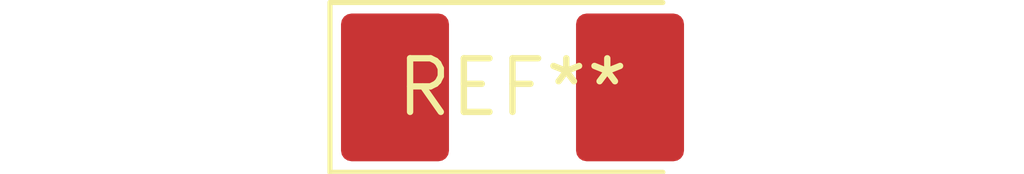
<source format=kicad_pcb>
(kicad_pcb (version 20240108) (generator pcbnew)
  (layers (0 "F.Cu" signal) (31 "B.Cu" signal) (34 "B.Paste" user) (35 "F.Paste" user) (36 "B.SilkS" user "B.Silkscreen") (37 "F.SilkS" user "F.Silkscreen") (38 "B.Mask" user) (39 "F.Mask" user) (44 "Edge.Cuts" user))
  (net 0 "")
  (footprint "CP_EIA-7132-20_AVX-U" (layer "F.Cu") (at 0 0)
    (property "Reference" "REF**")
    (property "Value" "CP_EIA-7132-20_AVX-U")
    (fp_line (start -4.31 -2.01) (end -4.31 2.01) (layer "F.SilkS") (stroke (width 0.12)))
    (fp_line (start -4.31 2.01) (end 3.55 2.01) (layer "F.SilkS") (stroke (width 0.12)))
    (fp_line (start 3.55 -2.01) (end -4.31 -2.01) (layer "F.SilkS") (stroke (width 0.12)))
    (pad "1" smd roundrect (at -2.775 0) (size 2.55 3.5) (layers "F.Cu" "F.Paste" "F.Mask") (roundrect_rratio 0.098039))
    (pad "2" smd roundrect (at 2.775 0) (size 2.55 3.5) (layers "F.Cu" "F.Paste" "F.Mask") (roundrect_rratio 0.098039))
  )
)
</source>
